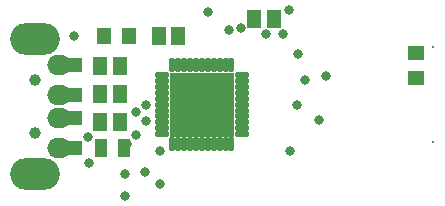
<source format=gts>
G04*
G04 #@! TF.GenerationSoftware,Altium Limited,Altium Designer,20.0.2 (26)*
G04*
G04 Layer_Color=8388736*
%FSLAX25Y25*%
%MOIN*%
G70*
G01*
G75*
%ADD17R,0.04540X0.05918*%
%ADD18R,0.05131X0.05524*%
%ADD19R,0.04343X0.06115*%
%ADD20R,0.21272X0.21272*%
G04:AMPARAMS|DCode=21|XSize=47.76mil|YSize=18.24mil|CornerRadius=5.28mil|HoleSize=0mil|Usage=FLASHONLY|Rotation=90.000|XOffset=0mil|YOffset=0mil|HoleType=Round|Shape=RoundedRectangle|*
%AMROUNDEDRECTD21*
21,1,0.04776,0.00768,0,0,90.0*
21,1,0.03720,0.01824,0,0,90.0*
1,1,0.01056,0.00384,0.01860*
1,1,0.01056,0.00384,-0.01860*
1,1,0.01056,-0.00384,-0.01860*
1,1,0.01056,-0.00384,0.01860*
%
%ADD21ROUNDEDRECTD21*%
G04:AMPARAMS|DCode=22|XSize=18.24mil|YSize=47.76mil|CornerRadius=5.28mil|HoleSize=0mil|Usage=FLASHONLY|Rotation=90.000|XOffset=0mil|YOffset=0mil|HoleType=Round|Shape=RoundedRectangle|*
%AMROUNDEDRECTD22*
21,1,0.01824,0.03720,0,0,90.0*
21,1,0.00768,0.04776,0,0,90.0*
1,1,0.01056,0.01860,0.00384*
1,1,0.01056,0.01860,-0.00384*
1,1,0.01056,-0.01860,-0.00384*
1,1,0.01056,-0.01860,0.00384*
%
%ADD22ROUNDEDRECTD22*%
%ADD23R,0.05524X0.05131*%
%ADD24R,0.10642X0.04737*%
%ADD25C,0.00800*%
%ADD26O,0.07887X0.06706*%
%ADD27O,0.16548X0.10642*%
%ADD28C,0.03950*%
%ADD29C,0.03300*%
D17*
X403126Y328500D02*
D03*
X396630D02*
D03*
X428500Y334000D02*
D03*
X434996D02*
D03*
X383552Y318361D02*
D03*
X377056D02*
D03*
Y299665D02*
D03*
X383552D02*
D03*
X377056Y309013D02*
D03*
X383552D02*
D03*
D18*
X386669Y328500D02*
D03*
X378402D02*
D03*
D19*
X384923Y291000D02*
D03*
X377443D02*
D03*
D20*
X411000Y305496D02*
D03*
D21*
X401158Y318725D02*
D03*
X403126D02*
D03*
X405094D02*
D03*
X407063D02*
D03*
X409031D02*
D03*
X411000D02*
D03*
X412968D02*
D03*
X414937D02*
D03*
X416905D02*
D03*
X418874D02*
D03*
X420843D02*
D03*
Y292268D02*
D03*
X418874D02*
D03*
X416905D02*
D03*
X414937D02*
D03*
X412968D02*
D03*
X411000D02*
D03*
X409031D02*
D03*
X407063D02*
D03*
X405094D02*
D03*
X403126D02*
D03*
X401158D02*
D03*
D22*
X397772Y295654D02*
D03*
Y297622D02*
D03*
Y299591D02*
D03*
Y301559D02*
D03*
Y303528D02*
D03*
Y305496D02*
D03*
Y307465D02*
D03*
Y309433D02*
D03*
Y311402D02*
D03*
Y313370D02*
D03*
Y315339D02*
D03*
X424228D02*
D03*
Y313370D02*
D03*
Y311402D02*
D03*
Y309433D02*
D03*
Y307465D02*
D03*
Y305496D02*
D03*
Y303528D02*
D03*
Y301559D02*
D03*
Y299591D02*
D03*
Y297622D02*
D03*
Y295654D02*
D03*
D23*
X482500Y314366D02*
D03*
Y322634D02*
D03*
D24*
X365736Y318638D02*
D03*
Y308795D02*
D03*
Y300921D02*
D03*
Y291079D02*
D03*
D25*
X488000Y324693D02*
D03*
Y293000D02*
D03*
D26*
X363374Y318638D02*
D03*
Y308795D02*
D03*
Y300921D02*
D03*
Y291079D02*
D03*
D27*
X355500Y327299D02*
D03*
Y282417D02*
D03*
D28*
Y313717D02*
D03*
Y296000D02*
D03*
D29*
X440000Y337000D02*
D03*
X438000Y329000D02*
D03*
X432500D02*
D03*
X385500Y275000D02*
D03*
X452400Y314900D02*
D03*
X450000Y300500D02*
D03*
X440500Y290000D02*
D03*
X372965Y294750D02*
D03*
X392143Y282909D02*
D03*
X397000Y290000D02*
D03*
X385500Y282500D02*
D03*
X389000Y303000D02*
D03*
Y295500D02*
D03*
X403335Y302165D02*
D03*
X386000Y292500D02*
D03*
X392500Y300000D02*
D03*
Y305500D02*
D03*
X368311Y328500D02*
D03*
X413000Y336500D02*
D03*
X397000Y279000D02*
D03*
X420000Y330500D02*
D03*
X424000Y331000D02*
D03*
X445394Y313856D02*
D03*
X443150Y322471D02*
D03*
X442750Y305225D02*
D03*
X373260Y286000D02*
D03*
M02*

</source>
